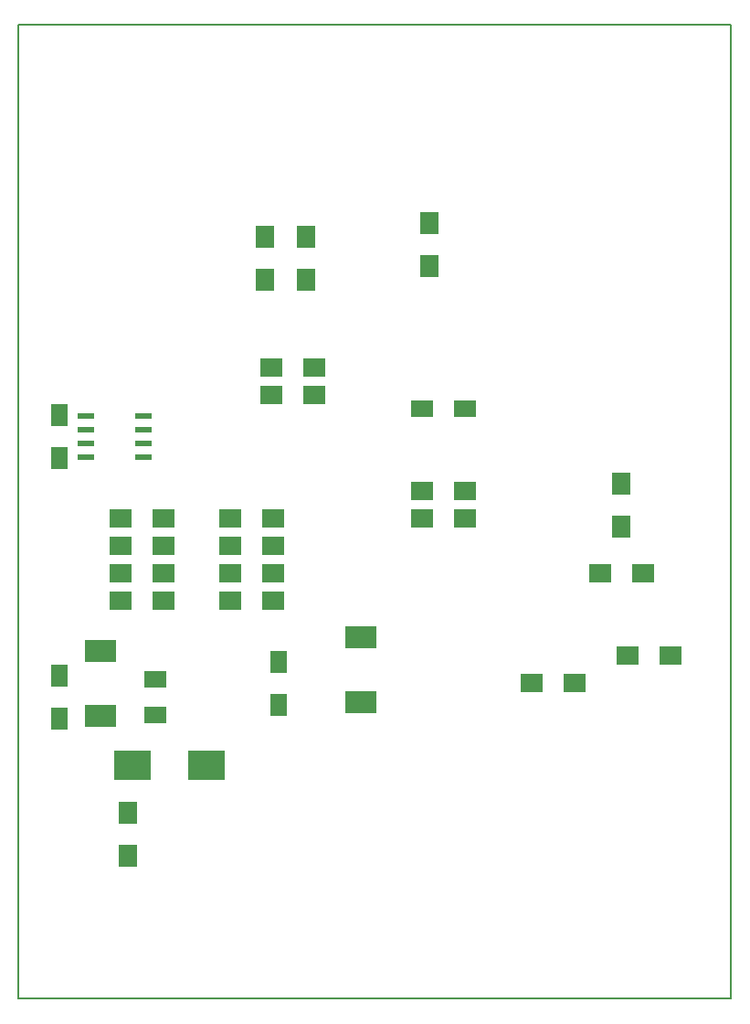
<source format=gbr>
%TF.GenerationSoftware,KiCad,Pcbnew,4.0.7*%
%TF.CreationDate,2018-04-11T17:00:31+03:00*%
%TF.ProjectId,mmnet_base_00,6D6D6E65745F626173655F30302E6B69,rev?*%
%TF.FileFunction,Paste,Bot*%
%FSLAX46Y46*%
G04 Gerber Fmt 4.6, Leading zero omitted, Abs format (unit mm)*
G04 Created by KiCad (PCBNEW 4.0.7) date 04/11/18 17:00:31*
%MOMM*%
%LPD*%
G01*
G04 APERTURE LIST*
%ADD10C,0.100000*%
%ADD11C,0.150000*%
%ADD12R,1.600000X2.000000*%
%ADD13R,2.999740X1.998980*%
%ADD14R,2.000000X1.600000*%
%ADD15R,3.500000X2.700000*%
%ADD16R,2.032000X1.524000*%
%ADD17R,2.000000X1.700000*%
%ADD18R,1.700000X2.000000*%
%ADD19R,1.550000X0.600000*%
G04 APERTURE END LIST*
D10*
D11*
X170180000Y-41910000D02*
X170180000Y-132080000D01*
X104140000Y-41910000D02*
X104140000Y-132080000D01*
X170180000Y-132080000D02*
X104140000Y-132080000D01*
X104140000Y-41910000D02*
X170180000Y-41910000D01*
D12*
X107950000Y-78010000D03*
X107950000Y-82010000D03*
X128270000Y-100870000D03*
X128270000Y-104870000D03*
D13*
X135890000Y-98600260D03*
X135890000Y-104599740D03*
D14*
X141510000Y-77470000D03*
X145510000Y-77470000D03*
D13*
X111760000Y-105869740D03*
X111760000Y-99870260D03*
D12*
X107950000Y-102140000D03*
X107950000Y-106140000D03*
D15*
X121510000Y-110490000D03*
X114710000Y-110490000D03*
D16*
X116840000Y-102489000D03*
X116840000Y-105791000D03*
D17*
X127540000Y-73660000D03*
X131540000Y-73660000D03*
X127540000Y-76200000D03*
X131540000Y-76200000D03*
X123730000Y-87630000D03*
X127730000Y-87630000D03*
X123730000Y-90170000D03*
X127730000Y-90170000D03*
X123730000Y-92710000D03*
X127730000Y-92710000D03*
X123730000Y-95250000D03*
X127730000Y-95250000D03*
D18*
X114300000Y-118840000D03*
X114300000Y-114840000D03*
X127000000Y-61500000D03*
X127000000Y-65500000D03*
X130810000Y-61500000D03*
X130810000Y-65500000D03*
X142240000Y-60230000D03*
X142240000Y-64230000D03*
D17*
X160560000Y-100330000D03*
X164560000Y-100330000D03*
X155670000Y-102870000D03*
X151670000Y-102870000D03*
X145510000Y-85090000D03*
X141510000Y-85090000D03*
X145510000Y-87630000D03*
X141510000Y-87630000D03*
D18*
X160020000Y-88360000D03*
X160020000Y-84360000D03*
D17*
X162020000Y-92710000D03*
X158020000Y-92710000D03*
X113570000Y-87630000D03*
X117570000Y-87630000D03*
X113570000Y-90170000D03*
X117570000Y-90170000D03*
X113570000Y-92710000D03*
X117570000Y-92710000D03*
X113570000Y-95250000D03*
X117570000Y-95250000D03*
D19*
X115730000Y-78105000D03*
X115730000Y-79375000D03*
X115730000Y-80645000D03*
X115730000Y-81915000D03*
X110330000Y-81915000D03*
X110330000Y-80645000D03*
X110330000Y-79375000D03*
X110330000Y-78105000D03*
M02*

</source>
